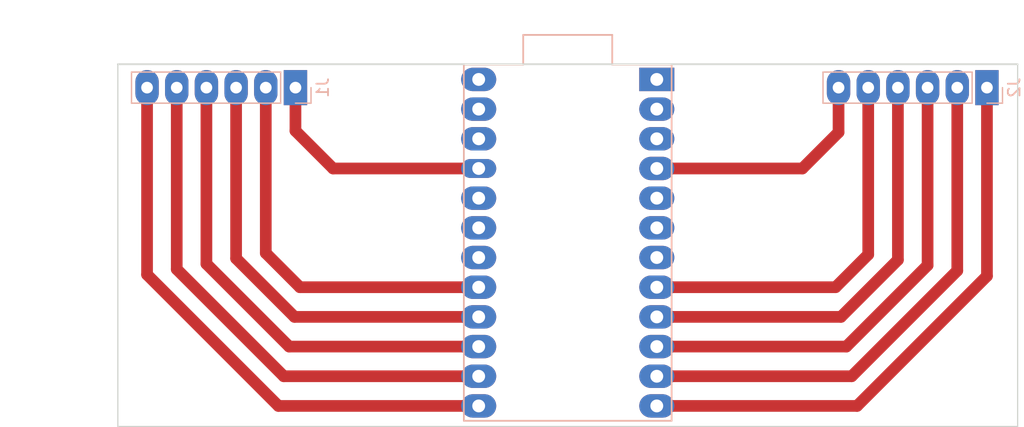
<source format=kicad_pcb>
(kicad_pcb (version 20211014) (generator pcbnew)
  (layers (0 "F.Cu" signal) (31 "B.Cu" signal) (34 "B.Paste" user) (35 "F.Paste" user) (36 "B.SilkS" user "B.Silkscreen") (37 "F.SilkS" user "F.Silkscreen") (38 "B.Mask" user) (39 "F.Mask" user) (44 "Edge.Cuts" user))
  (net 0 "")
  (net 1 "Net-(J2-Pad5)")
  (net 2 "Net-(J2-Pad4)")
  (net 3 "Net-(J2-Pad3)")
  (net 4 "Net-(J2-Pad2)")
  (net 5 "Net-(J2-Pad1)")
  (net 17 "Net-(U1-Pad14)")
  (net 19 "Net-(U1-Pad4)")
  (net 20 "Net-(U1-Pad21)")
  (net 21 "Net-(U1-Pad17)")
  (net 22 "Net-(U1-Pad16)")
  (net 23 "Net-(U1-Pad15)")
  (net 24 "Net-(U1-Pad13)")
  (footprint "Creadas:PinHeader_1x06_P2.54mm_Vertical" (layer "B.Cu") (at 15.2 -29 90)
    (fp_text reference "J1" (at 0 2.33 270) (layer "B.SilkS") (effects (justify mirror)))
    (fp_text value "Conn_01x06")
    (fp_line (start -1.33 0) (end -1.33 1.33) (layer "B.SilkS") (width 0.12))
    (fp_line (start 1.33 -1.27) (end 1.33 -14.03) (layer "B.SilkS") (width 0.12))
    (fp_line (start -1.33 -1.27) (end -1.33 -14.03) (layer "B.SilkS") (width 0.12))
    (fp_line (start -1.33 1.33) (end 0 1.33) (layer "B.SilkS") (width 0.12))
    (fp_line (start -1.33 -1.27) (end 1.33 -1.27) (layer "B.SilkS") (width 0.12))
    (fp_line (start -1.33 -14.03) (end 1.33 -14.03) (layer "B.SilkS") (width 0.12))
    (pad "1" thru_hole rect (at 0 0 90) (size 3 2) (drill 1) (layers *.Cu *.Mask) (net 20 "Net-(U1-Pad21)"))
    (pad "2" thru_hole oval (at 0 -2.54 90) (size 3 2) (drill 1) (layers *.Cu *.Mask) (net 21 "Net-(U1-Pad17)"))
    (pad "3" thru_hole oval (at 0 -5.08 90) (size 3 2) (drill 1) (layers *.Cu *.Mask) (net 22 "Net-(U1-Pad16)"))
    (pad "4" thru_hole oval (at 0 -7.62 90) (size 3 2) (drill 1) (layers *.Cu *.Mask) (net 23 "Net-(U1-Pad15)"))
    (pad "5" thru_hole oval (at 0 -10.16 90) (size 3 2) (drill 1) (layers *.Cu *.Mask) (net 17 "Net-(U1-Pad14)"))
    (pad "6" thru_hole oval (at 0 -12.7 90) (size 3 2) (drill 1) (layers *.Cu *.Mask) (net 24 "Net-(U1-Pad13)"))
  )
  (footprint "Creadas:PinHeader_1x06_P2.54mm_Vertical" (layer "B.Cu") (at 74.375 -29 90)
    (fp_text reference "J2" (at 0 2.33 270) (layer "B.SilkS") (effects (justify mirror)))
    (fp_text value "Conn_01x06")
    (fp_line (start -1.33 -1.27) (end -1.33 -14.03) (layer "B.SilkS") (width 0.12))
    (fp_line (start -1.33 0) (end -1.33 1.33) (layer "B.SilkS") (width 0.12))
    (fp_line (start -1.33 1.33) (end 0 1.33) (layer "B.SilkS") (width 0.12))
    (fp_line (start 1.33 -1.27) (end 1.33 -14.03) (layer "B.SilkS") (width 0.12))
    (fp_line (start -1.33 -1.27) (end 1.33 -1.27) (layer "B.SilkS") (width 0.12))
    (fp_line (start -1.33 -14.03) (end 1.33 -14.03) (layer "B.SilkS") (width 0.12))
    (pad "1" thru_hole rect (at 0 0 90) (size 3 2) (drill 1) (layers *.Cu *.Mask) (net 5 "Net-(J2-Pad1)"))
    (pad "2" thru_hole oval (at 0 -2.54 90) (size 3 2) (drill 1) (layers *.Cu *.Mask) (net 4 "Net-(J2-Pad2)"))
    (pad "3" thru_hole oval (at 0 -5.08 90) (size 3 2) (drill 1) (layers *.Cu *.Mask) (net 3 "Net-(J2-Pad3)"))
    (pad "4" thru_hole oval (at 0 -7.62 90) (size 3 2) (drill 1) (layers *.Cu *.Mask) (net 2 "Net-(J2-Pad4)"))
    (pad "5" thru_hole oval (at 0 -10.16 90) (size 3 2) (drill 1) (layers *.Cu *.Mask) (net 1 "Net-(J2-Pad5)"))
    (pad "6" thru_hole oval (at 0 -12.7 90) (size 3 2) (drill 1) (layers *.Cu *.Mask) (net 19 "Net-(U1-Pad4)"))
  )
  (footprint "Creadas:ProMicro" (layer "B.Cu") (at 38.5 -15.73 -90)
    (fp_text reference "U1" hide)
    (fp_text value "ProMicro")
    (fp_line (start -15.24 -8.89) (end 15.24 -8.89) (layer "B.SilkS") (width 0.15))
    (fp_line (start -15.24 8.89) (end 15.24 8.89) (layer "B.SilkS") (width 0.15))
    (fp_line (start -15.24 -8.89) (end -15.24 -3.81) (layer "B.SilkS") (width 0.15))
    (fp_line (start 15.24 8.89) (end 15.24 -8.89) (layer "B.SilkS") (width 0.15))
    (fp_line (start -17.78 -3.81) (end -17.78 3.81) (layer "B.SilkS") (width 0.15))
    (fp_line (start -15.24 -3.81) (end -17.78 -3.81) (layer "B.SilkS") (width 0.15))
    (fp_line (start -15.24 3.81) (end -15.24 8.89) (layer "B.SilkS") (width 0.15))
    (fp_line (start -17.78 3.81) (end -15.24 3.81) (layer "B.SilkS") (width 0.15))
    (pad "1" thru_hole rect (at -13.97 -7.62 270) (size 2 3) (drill 1.1) (layers *.Cu "F.Mask"))
    (pad "2" thru_hole oval (at -11.43 -7.62 270) (size 2 3) (drill 1.1) (layers *.Cu "F.Mask"))
    (pad "3" thru_hole oval (at -8.89 -7.62 270) (size 2 3) (drill 1.1) (layers *.Cu "F.Mask"))
    (pad "4" thru_hole oval (at -6.35 -7.62 270) (size 2 3) (drill 1.1) (layers *.Cu "F.Mask") (net 19 "Net-(U1-Pad4)"))
    (pad "5" thru_hole oval (at -3.81 -7.62 270) (size 2 3) (drill 1.1) (layers *.Cu "F.Mask"))
    (pad "6" thru_hole oval (at -1.27 -7.62 270) (size 2 3) (drill 1.1) (layers *.Cu "F.Mask"))
    (pad "7" thru_hole oval (at 1.27 -7.62 270) (size 2 3) (drill 1.1) (layers *.Cu "F.Mask"))
    (pad "8" thru_hole oval (at 3.81 -7.62 270) (size 2 3) (drill 1.1) (layers *.Cu "F.Mask") (net 1 "Net-(J2-Pad5)"))
    (pad "9" thru_hole oval (at 6.35 -7.62 270) (size 2 3) (drill 1.1) (layers *.Cu "F.Mask") (net 2 "Net-(J2-Pad4)"))
    (pad "10" thru_hole oval (at 8.89 -7.62 270) (size 2 3) (drill 1.1) (layers *.Cu "F.Mask") (net 3 "Net-(J2-Pad3)"))
    (pad "11" thru_hole oval (at 11.43 -7.62 270) (size 2 3) (drill 1.1) (layers *.Cu "F.Mask") (net 4 "Net-(J2-Pad2)"))
    (pad "12" thru_hole oval (at 13.97 -7.62 270) (size 2 3) (drill 1.1) (layers *.Cu "F.Mask") (net 5 "Net-(J2-Pad1)"))
    (pad "13" thru_hole oval (at 13.97 7.62 270) (size 2 3) (drill 1.1) (layers *.Cu "F.Mask") (net 24 "Net-(U1-Pad13)"))
    (pad "14" thru_hole oval (at 11.43 7.62 270) (size 2 3) (drill 1.1) (layers *.Cu "F.Mask") (net 17 "Net-(U1-Pad14)"))
    (pad "15" thru_hole oval (at 8.89 7.62 270) (size 2 3) (drill 1.1) (layers *.Cu "F.Mask") (net 23 "Net-(U1-Pad15)"))
    (pad "16" thru_hole oval (at 6.35 7.62 270) (size 2 3) (drill 1.1) (layers *.Cu "F.Mask") (net 22 "Net-(U1-Pad16)"))
    (pad "17" thru_hole oval (at 3.81 7.62 270) (size 2 3) (drill 1.1) (layers *.Cu "F.Mask") (net 21 "Net-(U1-Pad17)"))
    (pad "18" thru_hole oval (at 1.27 7.62 270) (size 2 3) (drill 1.1) (layers *.Cu "F.Mask"))
    (pad "19" thru_hole oval (at -1.27 7.62 270) (size 2 3) (drill 1.1) (layers *.Cu "F.Mask"))
    (pad "20" thru_hole oval (at -3.81 7.62 270) (size 2 3) (drill 1.1) (layers *.Cu "F.Mask"))
    (pad "21" thru_hole oval (at -6.35 7.62 270) (size 1.62 3) (drill 1.1) (layers *.Cu "F.Mask") (net 20 "Net-(U1-Pad21)"))
    (pad "22" thru_hole oval (at -8.89 7.62 270) (size 2 3) (drill 1.1) (layers *.Cu "F.Mask"))
    (pad "23" thru_hole oval (at -11.43 7.62 270) (size 2 3) (drill 1.1) (layers *.Cu "F.Mask"))
    (pad "24" thru_hole oval (at -13.97 7.62 270) (size 2 3) (drill 1.1) (layers *.Cu "F.Mask"))
  )
  (gr_line (start 0 0) (end 77 0) (layer "Edge.Cuts") (width 0.1))
  (gr_line (start 0 -31) (end 77 -31) (layer "Edge.Cuts") (width 0.15))
  (gr_line (start 0 -31) (end 0 0) (layer "Edge.Cuts") (width 0.1))
  (gr_line (start 77 -31) (end 77 0) (layer "Edge.Cuts") (width 0.1))
  (segment (start 61.42 -11.92) (end 46.12 -11.92) (width 1) (layer "F.Cu") (net 1))
  (segment (start 64.215 -29) (end 64.215 -14.715) (width 1) (layer "F.Cu") (net 1))
  (segment (start 64.215 -14.715) (end 61.42 -11.92) (width 1) (layer "F.Cu") (net 1))
  (segment (start 66.755 -29) (end 66.755 -14.255) (width 1) (layer "F.Cu") (net 2))
  (segment (start 61.88 -9.38) (end 46.12 -9.38) (width 1) (layer "F.Cu") (net 2))
  (segment (start 66.755 -14.255) (end 61.88 -9.38) (width 1) (layer "F.Cu") (net 2))
  (segment (start 69.295 -29) (end 69.295 -13.795) (width 1) (layer "F.Cu") (net 3))
  (segment (start 69.295 -13.795) (end 62.34 -6.84) (width 1) (layer "F.Cu") (net 3))
  (segment (start 62.34 -6.84) (end 46.12 -6.84) (width 1) (layer "F.Cu") (net 3))
  (segment (start 71.835 -13.335) (end 62.8 -4.3) (width 1) (layer "F.Cu") (net 4))
  (segment (start 71.835 -29) (end 71.835 -13.335) (width 1) (layer "F.Cu") (net 4))
  (segment (start 62.8 -4.3) (end 46.12 -4.3) (width 1) (layer "F.Cu") (net 4))
  (segment (start 63.26 -1.76) (end 46.12 -1.76) (width 1) (layer "F.Cu") (net 5))
  (segment (start 74.375 -12.875) (end 63.26 -1.76) (width 1) (layer "F.Cu") (net 5))
  (segment (start 74.375 -29) (end 74.375 -12.875) (width 1) (layer "F.Cu") (net 5))
  (segment (start 5.04 -29) (end 5.04 -13.46) (width 1) (layer "F.Cu") (net 17))
  (segment (start 14.2 -4.3) (end 30.88 -4.3) (width 1) (layer "F.Cu") (net 17))
  (segment (start 5.04 -13.46) (end 14.2 -4.3) (width 1) (layer "F.Cu") (net 17))
  (segment (start 61.675 -29) (end 61.675 -25.175) (width 1) (layer "F.Cu") (net 19))
  (segment (start 58.58 -22.08) (end 46.12 -22.08) (width 1) (layer "F.Cu") (net 19))
  (segment (start 61.675 -25.175) (end 58.58 -22.08) (width 1) (layer "F.Cu") (net 19))
  (segment (start 18.42 -22.08) (end 30.88 -22.08) (width 1) (layer "F.Cu") (net 20))
  (segment (start 15.2 -29) (end 15.2 -25.3) (width 1) (layer "F.Cu") (net 20))
  (segment (start 15.2 -25.3) (end 18.42 -22.08) (width 1) (layer "F.Cu") (net 20))
  (segment (start 15.58 -11.92) (end 30.88 -11.92) (width 1) (layer "F.Cu") (net 21))
  (segment (start 12.66 -29) (end 12.66 -14.84) (width 1) (layer "F.Cu") (net 21))
  (segment (start 12.66 -14.84) (end 15.58 -11.92) (width 1) (layer "F.Cu") (net 21))
  (segment (start 10.12 -14.38) (end 15.12 -9.38) (width 1) (layer "F.Cu") (net 22))
  (segment (start 10.12 -29) (end 10.12 -14.38) (width 1) (layer "F.Cu") (net 22))
  (segment (start 15.12 -9.38) (end 30.88 -9.38) (width 1) (layer "F.Cu") (net 22))
  (segment (start 7.58 -13.92) (end 14.66 -6.84) (width 1) (layer "F.Cu") (net 23))
  (segment (start 14.66 -6.84) (end 30.88 -6.84) (width 1) (layer "F.Cu") (net 23))
  (segment (start 7.58 -29) (end 7.58 -13.92) (width 1) (layer "F.Cu") (net 23))
  (segment (start 2.5 -13) (end 13.74 -1.76) (width 1) (layer "F.Cu") (net 24))
  (segment (start 13.74 -1.76) (end 30.88 -1.76) (width 1) (layer "F.Cu") (net 24))
  (segment (start 2.5 -29) (end 2.5 -13) (width 1) (layer "F.Cu") (net 24))
)
</source>
